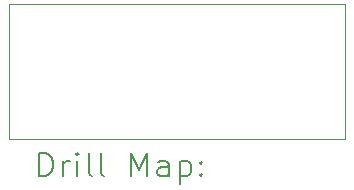
<source format=gbr>
%TF.GenerationSoftware,KiCad,Pcbnew,8.0.8*%
%TF.CreationDate,2025-01-23T18:16:16+08:00*%
%TF.ProjectId,5V24VBoostUp,35563234-5642-46f6-9f73-7455702e6b69,rev?*%
%TF.SameCoordinates,Original*%
%TF.FileFunction,Drillmap*%
%TF.FilePolarity,Positive*%
%FSLAX45Y45*%
G04 Gerber Fmt 4.5, Leading zero omitted, Abs format (unit mm)*
G04 Created by KiCad (PCBNEW 8.0.8) date 2025-01-23 18:16:16*
%MOMM*%
%LPD*%
G01*
G04 APERTURE LIST*
%ADD10C,0.050000*%
%ADD11C,0.200000*%
G04 APERTURE END LIST*
D10*
X13401040Y-6324600D02*
X16250920Y-6324600D01*
X16250920Y-7467600D01*
X13401040Y-7467600D01*
X13401040Y-6324600D01*
D11*
X13659317Y-7781584D02*
X13659317Y-7581584D01*
X13659317Y-7581584D02*
X13706936Y-7581584D01*
X13706936Y-7581584D02*
X13735507Y-7591108D01*
X13735507Y-7591108D02*
X13754555Y-7610155D01*
X13754555Y-7610155D02*
X13764079Y-7629203D01*
X13764079Y-7629203D02*
X13773602Y-7667298D01*
X13773602Y-7667298D02*
X13773602Y-7695869D01*
X13773602Y-7695869D02*
X13764079Y-7733965D01*
X13764079Y-7733965D02*
X13754555Y-7753012D01*
X13754555Y-7753012D02*
X13735507Y-7772060D01*
X13735507Y-7772060D02*
X13706936Y-7781584D01*
X13706936Y-7781584D02*
X13659317Y-7781584D01*
X13859317Y-7781584D02*
X13859317Y-7648250D01*
X13859317Y-7686346D02*
X13868841Y-7667298D01*
X13868841Y-7667298D02*
X13878364Y-7657774D01*
X13878364Y-7657774D02*
X13897412Y-7648250D01*
X13897412Y-7648250D02*
X13916460Y-7648250D01*
X13983126Y-7781584D02*
X13983126Y-7648250D01*
X13983126Y-7581584D02*
X13973602Y-7591108D01*
X13973602Y-7591108D02*
X13983126Y-7600631D01*
X13983126Y-7600631D02*
X13992650Y-7591108D01*
X13992650Y-7591108D02*
X13983126Y-7581584D01*
X13983126Y-7581584D02*
X13983126Y-7600631D01*
X14106936Y-7781584D02*
X14087888Y-7772060D01*
X14087888Y-7772060D02*
X14078364Y-7753012D01*
X14078364Y-7753012D02*
X14078364Y-7581584D01*
X14211698Y-7781584D02*
X14192650Y-7772060D01*
X14192650Y-7772060D02*
X14183126Y-7753012D01*
X14183126Y-7753012D02*
X14183126Y-7581584D01*
X14440269Y-7781584D02*
X14440269Y-7581584D01*
X14440269Y-7581584D02*
X14506936Y-7724441D01*
X14506936Y-7724441D02*
X14573602Y-7581584D01*
X14573602Y-7581584D02*
X14573602Y-7781584D01*
X14754555Y-7781584D02*
X14754555Y-7676822D01*
X14754555Y-7676822D02*
X14745031Y-7657774D01*
X14745031Y-7657774D02*
X14725983Y-7648250D01*
X14725983Y-7648250D02*
X14687888Y-7648250D01*
X14687888Y-7648250D02*
X14668841Y-7657774D01*
X14754555Y-7772060D02*
X14735507Y-7781584D01*
X14735507Y-7781584D02*
X14687888Y-7781584D01*
X14687888Y-7781584D02*
X14668841Y-7772060D01*
X14668841Y-7772060D02*
X14659317Y-7753012D01*
X14659317Y-7753012D02*
X14659317Y-7733965D01*
X14659317Y-7733965D02*
X14668841Y-7714917D01*
X14668841Y-7714917D02*
X14687888Y-7705393D01*
X14687888Y-7705393D02*
X14735507Y-7705393D01*
X14735507Y-7705393D02*
X14754555Y-7695869D01*
X14849793Y-7648250D02*
X14849793Y-7848250D01*
X14849793Y-7657774D02*
X14868841Y-7648250D01*
X14868841Y-7648250D02*
X14906936Y-7648250D01*
X14906936Y-7648250D02*
X14925983Y-7657774D01*
X14925983Y-7657774D02*
X14935507Y-7667298D01*
X14935507Y-7667298D02*
X14945031Y-7686346D01*
X14945031Y-7686346D02*
X14945031Y-7743488D01*
X14945031Y-7743488D02*
X14935507Y-7762536D01*
X14935507Y-7762536D02*
X14925983Y-7772060D01*
X14925983Y-7772060D02*
X14906936Y-7781584D01*
X14906936Y-7781584D02*
X14868841Y-7781584D01*
X14868841Y-7781584D02*
X14849793Y-7772060D01*
X15030745Y-7762536D02*
X15040269Y-7772060D01*
X15040269Y-7772060D02*
X15030745Y-7781584D01*
X15030745Y-7781584D02*
X15021222Y-7772060D01*
X15021222Y-7772060D02*
X15030745Y-7762536D01*
X15030745Y-7762536D02*
X15030745Y-7781584D01*
X15030745Y-7657774D02*
X15040269Y-7667298D01*
X15040269Y-7667298D02*
X15030745Y-7676822D01*
X15030745Y-7676822D02*
X15021222Y-7667298D01*
X15021222Y-7667298D02*
X15030745Y-7657774D01*
X15030745Y-7657774D02*
X15030745Y-7676822D01*
M02*

</source>
